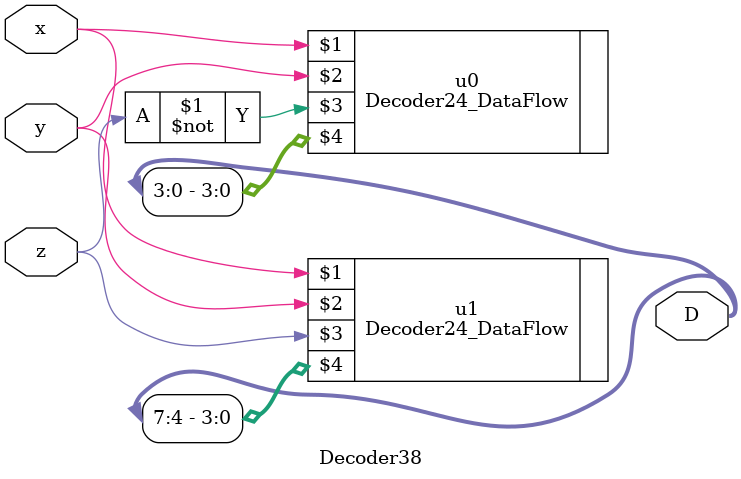
<source format=v>
module Decoder38(x, y, z, D);
        
    input x, y, z;
    output [7:0] D;

    Decoder24_DataFlow u0(x, y, ~z, D[3:0]);
    Decoder24_DataFlow u1(x, y,  z, D[7:4]);

endmodule

// Decoder 3 to 8 using two Decoder 24
// Part c
</source>
